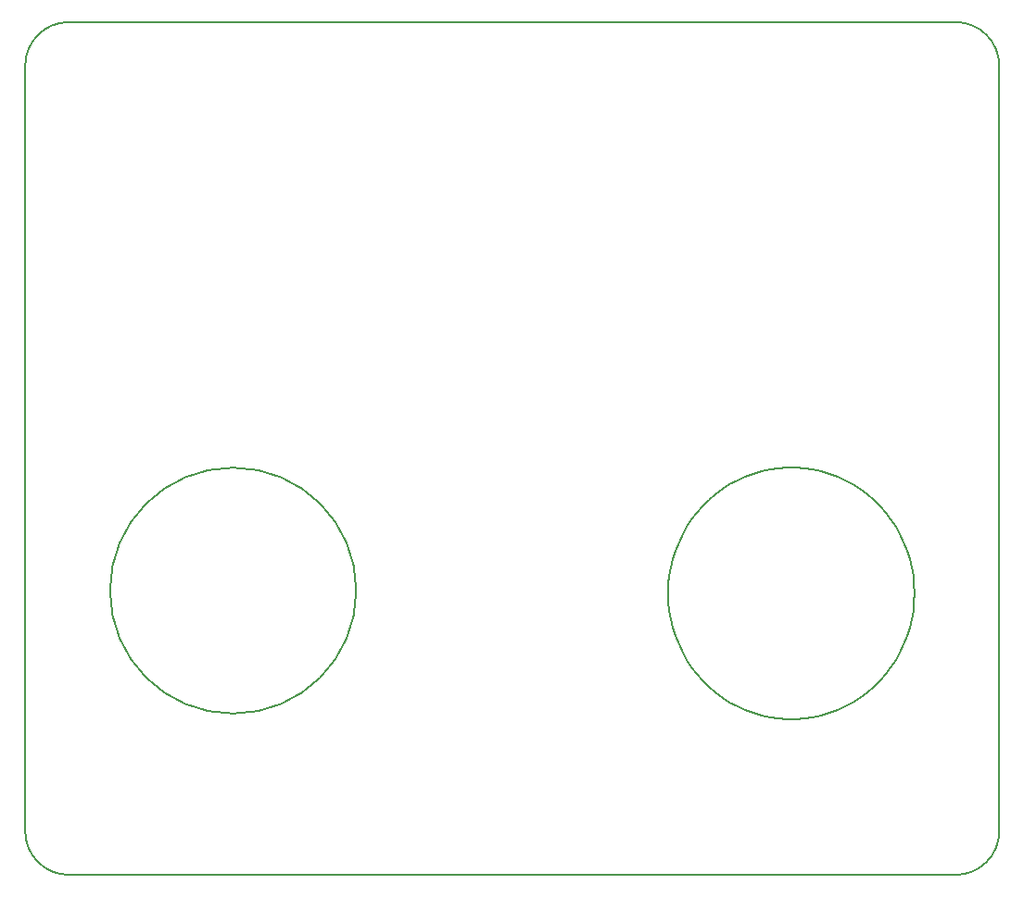
<source format=gbr>
G04 DipTrace 3.3.1.3*
G04 BoardOutline.gbr*
%MOIN*%
G04 #@! TF.FileFunction,Profile*
G04 #@! TF.Part,Single*
%ADD11C,0.005512*%
%FSLAX26Y26*%
G04*
G70*
G90*
G75*
G01*
G04 BoardOutline*
%LPD*%
X3740157Y3464566D2*
D11*
X551180D1*
G03X393700Y3307086I13J-157493D01*
G01*
Y551180D1*
G03X551180Y393700I157493J13D01*
G01*
X3740157D1*
G03X3897637Y551180I-13J157493D01*
G01*
Y3307086D1*
G03X3740157Y3464566I-157493J-13D01*
G01*
D3*
X698818Y1417322D2*
G02X698818Y1417322I442913J0D01*
G01*
X2706692Y1407480D2*
X2707771Y1439062D1*
X2711003Y1470491D1*
X2716371Y1501613D1*
X2723850Y1532276D1*
X2733403Y1562331D1*
X2744984Y1591632D1*
X2758536Y1620036D1*
X2773994Y1647404D1*
X2791281Y1673603D1*
X2810314Y1698505D1*
X2831000Y1721990D1*
X2853239Y1743943D1*
X2876921Y1764256D1*
X2901931Y1782831D1*
X2928149Y1799578D1*
X2955445Y1814414D1*
X2983687Y1827267D1*
X3012738Y1838076D1*
X3042455Y1846787D1*
X3072694Y1853357D1*
X3103308Y1857755D1*
X3134148Y1859960D1*
X3165063D1*
X3195903Y1857755D1*
X3226517Y1853357D1*
X3256756Y1846787D1*
X3286473Y1838076D1*
X3315524Y1827267D1*
X3343766Y1814414D1*
X3371062Y1799578D1*
X3397280Y1782831D1*
X3422290Y1764256D1*
X3445972Y1743943D1*
X3468211Y1721990D1*
X3488897Y1698505D1*
X3507930Y1673603D1*
X3525217Y1647404D1*
X3540675Y1620036D1*
X3554227Y1591632D1*
X3565808Y1562331D1*
X3575361Y1532276D1*
X3582840Y1501613D1*
X3588208Y1470491D1*
X3591440Y1439062D1*
X3592519Y1407480D1*
X3591440Y1375897D1*
X3588208Y1344468D1*
X3582840Y1313346D1*
X3575361Y1282683D1*
X3565808Y1252628D1*
X3554227Y1223327D1*
X3540675Y1194924D1*
X3525217Y1167555D1*
X3507930Y1141356D1*
X3488897Y1116454D1*
X3468211Y1092969D1*
X3445972Y1071016D1*
X3422290Y1050703D1*
X3397280Y1032128D1*
X3371062Y1015381D1*
X3343766Y1000545D1*
X3315524Y987692D1*
X3286473Y976883D1*
X3256756Y968172D1*
X3226517Y961602D1*
X3195903Y957204D1*
X3165063Y954999D1*
X3134148D1*
X3103308Y957204D1*
X3072694Y961602D1*
X3042455Y968172D1*
X3012738Y976883D1*
X2983687Y987692D1*
X2955445Y1000545D1*
X2928149Y1015381D1*
X2901931Y1032128D1*
X2876921Y1050703D1*
X2853239Y1071016D1*
X2831000Y1092969D1*
X2810314Y1116454D1*
X2791281Y1141356D1*
X2773994Y1167555D1*
X2758536Y1194924D1*
X2744984Y1223327D1*
X2733403Y1252628D1*
X2723850Y1282683D1*
X2716371Y1313346D1*
X2711003Y1344468D1*
X2707771Y1375897D1*
X2706692Y1407480D1*
M02*

</source>
